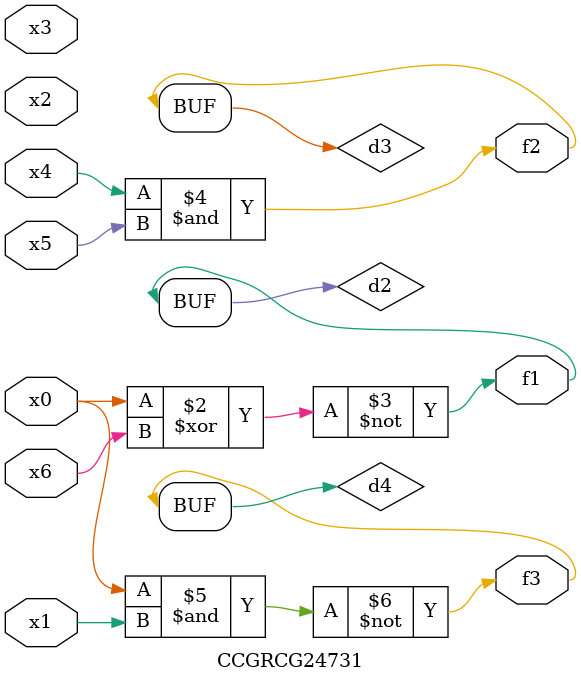
<source format=v>
module CCGRCG24731(
	input x0, x1, x2, x3, x4, x5, x6,
	output f1, f2, f3
);

	wire d1, d2, d3, d4;

	nor (d1, x0);
	xnor (d2, x0, x6);
	and (d3, x4, x5);
	nand (d4, x0, x1);
	assign f1 = d2;
	assign f2 = d3;
	assign f3 = d4;
endmodule

</source>
